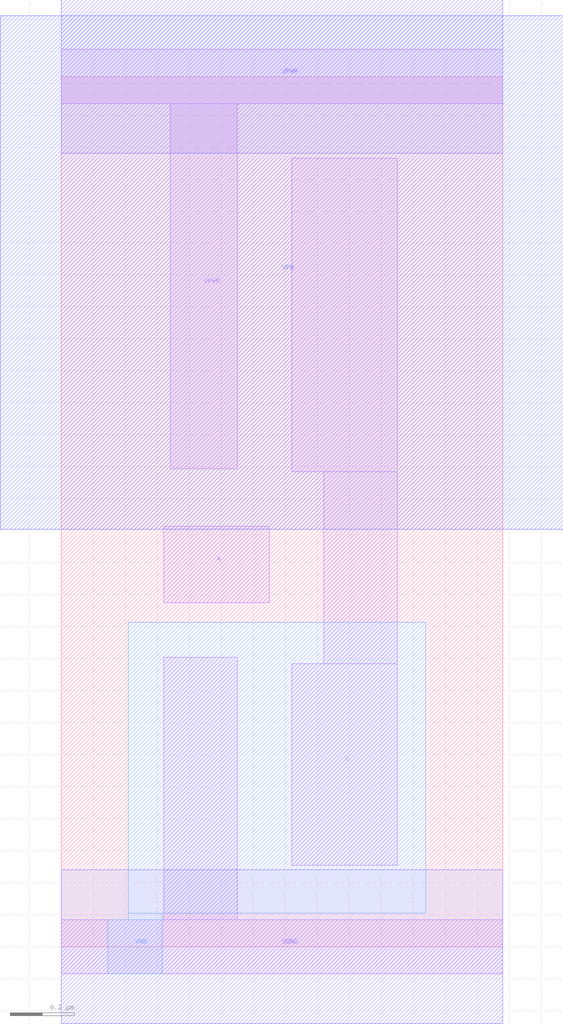
<source format=lef>
VERSION 5.7 ;
  NOWIREEXTENSIONATPIN ON ;
  DIVIDERCHAR "/" ;
  BUSBITCHARS "[]" ;
MACRO hello_inverter
  CLASS CORE ;
  FOREIGN hello_inverter ;
  ORIGIN 0.000 0.000 ;
  SIZE 1.380 BY 2.720 ;
  SYMMETRY X Y R90 ;
  SITE unithd ;
  PIN A
    DIRECTION INPUT ;
    USE SIGNAL ;
    ANTENNAGATEAREA 0.247500 ;
    PORT
      LAYER li1 ;
        RECT 0.320 1.075 0.650 1.315 ;
    END
  END A
  PIN VGND
    DIRECTION INOUT ;
    USE GROUND ;
    SHAPE ABUTMENT ;
    PORT
      LAYER li1 ;
        RECT 0.320 0.085 0.550 0.905 ;
        RECT 0.000 -0.085 1.380 0.085 ;
      LAYER met1 ;
        RECT 0.000 -0.240 1.380 0.240 ;
    END
  END VGND
  PIN VNB
    DIRECTION INOUT ;
    USE GROUND ;
    PORT
      LAYER pwell ;
        RECT 0.210 0.105 1.140 1.015 ;
        RECT 0.210 0.085 0.315 0.105 ;
        RECT 0.145 -0.085 0.315 0.085 ;
    END
  END VNB
  PIN VPB
    DIRECTION INOUT ;
    USE POWER ;
    PORT
      LAYER nwell ;
        RECT -0.190 1.305 1.570 2.910 ;
    END
  END VPB
  PIN VPWR
    DIRECTION INOUT ;
    USE POWER ;
    SHAPE ABUTMENT ;
    PORT
      LAYER li1 ;
        RECT 0.000 2.635 1.380 2.805 ;
        RECT 0.340 1.495 0.550 2.635 ;
      LAYER met1 ;
        RECT 0.000 2.480 1.380 2.960 ;
    END
  END VPWR
  PIN Y
    DIRECTION OUTPUT ;
    USE SIGNAL ;
    ANTENNADIFFAREA 0.429000 ;
    PORT
      LAYER li1 ;
        RECT 0.720 1.485 1.050 2.465 ;
        RECT 0.820 0.885 1.050 1.485 ;
        RECT 0.720 0.255 1.050 0.885 ;
    END
  END Y
END hello_inverter
END LIBRARY


</source>
